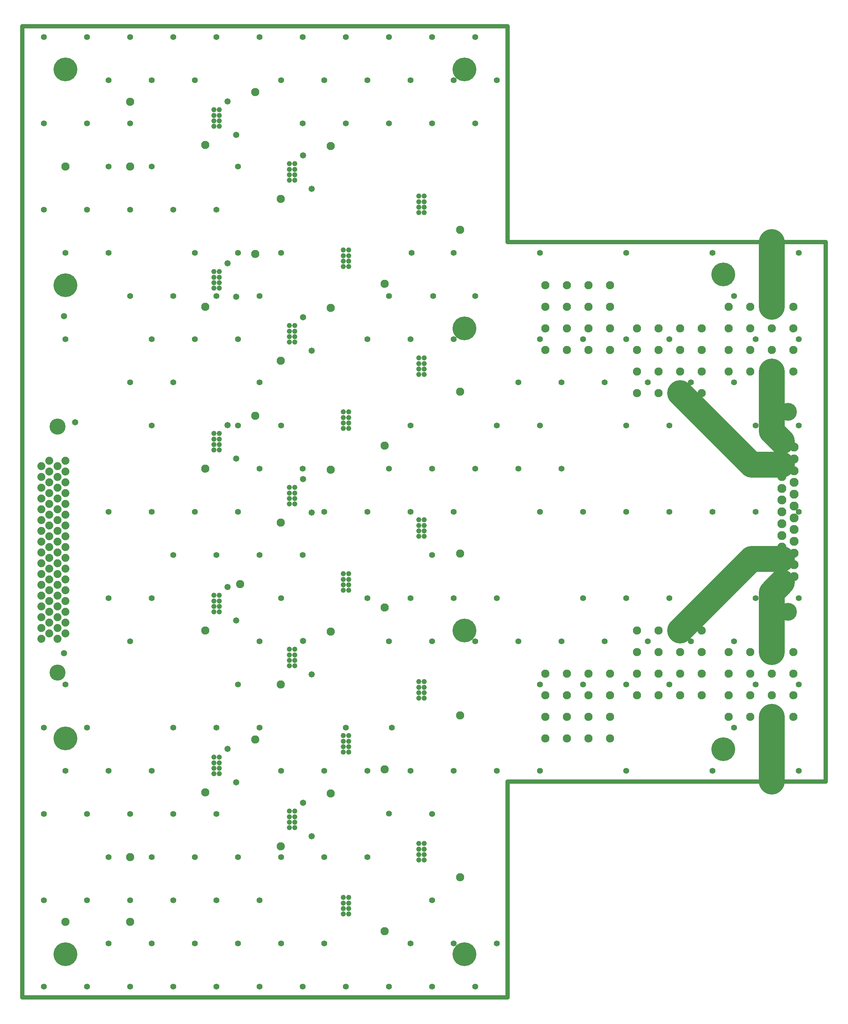
<source format=gbr>
%TF.GenerationSoftware,Altium Limited,Altium Designer,25.0.2 (28)*%
G04 Layer_Physical_Order=2*
G04 Layer_Color=32768*
%FSLAX45Y45*%
%MOMM*%
%TF.SameCoordinates,BFBE90A8-51B7-47FB-822D-EC39B52C7656*%
%TF.FilePolarity,Negative*%
%TF.FileFunction,Copper,L2,Inr,Plane*%
%TF.Part,Single*%
G01*
G75*
%TA.AperFunction,NonConductor*%
%ADD37C,1.01600*%
%ADD38C,6.09600*%
%TA.AperFunction,ComponentPad*%
%ADD39C,1.87960*%
%ADD40C,3.78460*%
%ADD41C,1.93040*%
%TA.AperFunction,ViaPad*%
%ADD42C,1.93040*%
%TA.AperFunction,ComponentPad*%
%ADD43C,2.10600*%
%ADD44C,4.21600*%
%TA.AperFunction,ViaPad*%
%ADD45C,5.58800*%
%ADD46C,1.42240*%
%ADD47C,1.47320*%
%ADD48C,1.21600*%
D37*
X21463000Y8890000D02*
Y21589999D01*
X13970000D02*
X21463000D01*
X13970000D02*
Y26670001D01*
X2540000D02*
X13970000D01*
X2540000Y3810000D02*
Y26670001D01*
Y3810000D02*
X13970000D01*
Y8890000D01*
X21463000D01*
D38*
X20192999Y20066000D02*
Y21589999D01*
Y17141200D02*
X20432201Y16902000D01*
X20192999Y17141200D02*
Y18542000D01*
X19720001Y16348000D02*
X20432199D01*
X18034000Y18034000D02*
X19720001Y16348000D01*
Y14132001D02*
X20432199D01*
X18034000Y12446000D02*
X19720001Y14132001D01*
X20192999Y13338800D02*
X20432201Y13578000D01*
X20192999Y11938000D02*
Y13338800D01*
Y8890000D02*
Y10414000D01*
D39*
X3365500Y12255500D02*
D03*
Y12509500D02*
D03*
X3556000Y12382500D02*
D03*
X3365500Y12763500D02*
D03*
X3556000Y12636500D02*
D03*
X3365500Y13017500D02*
D03*
X3556000Y12890500D02*
D03*
X3365500Y13271500D02*
D03*
X3556000Y13144501D02*
D03*
X3365500Y13525500D02*
D03*
X3556000Y13398500D02*
D03*
X3365500Y13779500D02*
D03*
X3556000Y13652499D02*
D03*
X3365500Y14033501D02*
D03*
X3556000Y13906500D02*
D03*
X3365500Y14287500D02*
D03*
X3556000Y14160500D02*
D03*
X3365500Y14541499D02*
D03*
X3556000Y14414500D02*
D03*
X3365500Y14795500D02*
D03*
X3556000Y14668500D02*
D03*
X3365500Y15049500D02*
D03*
X3556000Y14922501D02*
D03*
X3365500Y15303500D02*
D03*
X3556000Y15176500D02*
D03*
X3365500Y15557500D02*
D03*
X3556000Y15430499D02*
D03*
X3365500Y15811501D02*
D03*
X3556000Y15684500D02*
D03*
X3365500Y16065500D02*
D03*
X3556000Y15938499D02*
D03*
X3365500Y16319501D02*
D03*
X3556000Y16192500D02*
D03*
Y16446500D02*
D03*
X2984500Y12255500D02*
D03*
Y12509500D02*
D03*
X3175000Y12382500D02*
D03*
X2984500Y12763500D02*
D03*
X3175000Y12636500D02*
D03*
X2984500Y13017500D02*
D03*
X3175000Y12890500D02*
D03*
X2984500Y13271500D02*
D03*
X3175000Y13144501D02*
D03*
X2984500Y13525500D02*
D03*
X3175000Y13398500D02*
D03*
X2984500Y13779500D02*
D03*
X3175000Y13652499D02*
D03*
X2984500Y14033501D02*
D03*
X3175000Y13906500D02*
D03*
X2984500Y14287500D02*
D03*
X3175000Y14160500D02*
D03*
X2984500Y14541499D02*
D03*
X3175000Y14414500D02*
D03*
X2984500Y14795500D02*
D03*
X3175000Y14668500D02*
D03*
X2984500Y15049500D02*
D03*
X3175000Y14922501D02*
D03*
X2984500Y15303500D02*
D03*
X3175000Y15176500D02*
D03*
X2984500Y15557500D02*
D03*
X3175000Y15430499D02*
D03*
X2984500Y15811501D02*
D03*
X3175000Y15684500D02*
D03*
X2984500Y16065500D02*
D03*
X3175000Y15938499D02*
D03*
X2984500Y16319501D02*
D03*
X3175000Y16192500D02*
D03*
Y16446500D02*
D03*
D40*
X3365500Y11455400D02*
D03*
Y17246600D02*
D03*
D41*
X16383000Y19050000D02*
D03*
Y19558000D02*
D03*
Y20066000D02*
D03*
Y20574001D02*
D03*
X15875000Y19050000D02*
D03*
Y19558000D02*
D03*
Y20066000D02*
D03*
Y20574001D02*
D03*
X15367000Y19050000D02*
D03*
Y19558000D02*
D03*
Y20066000D02*
D03*
Y20574001D02*
D03*
X14859000Y19050000D02*
D03*
Y19558000D02*
D03*
Y20066000D02*
D03*
Y20574001D02*
D03*
X18542000Y12446000D02*
D03*
Y11938000D02*
D03*
Y11430000D02*
D03*
Y10922000D02*
D03*
X18034000Y12446000D02*
D03*
Y11938000D02*
D03*
Y11430000D02*
D03*
Y10922000D02*
D03*
X17525999Y12446000D02*
D03*
Y11938000D02*
D03*
Y11430000D02*
D03*
Y10922000D02*
D03*
X17017999Y12446000D02*
D03*
Y11938000D02*
D03*
Y11430000D02*
D03*
Y10922000D02*
D03*
X20700999Y11938000D02*
D03*
Y11430000D02*
D03*
Y10922000D02*
D03*
Y10414000D02*
D03*
X20192999Y11938000D02*
D03*
Y11430000D02*
D03*
Y10922000D02*
D03*
Y10414000D02*
D03*
X19685001Y11938000D02*
D03*
Y11430000D02*
D03*
Y10922000D02*
D03*
Y10414000D02*
D03*
X19177000Y11938000D02*
D03*
Y11430000D02*
D03*
Y10922000D02*
D03*
Y10414000D02*
D03*
X20700999Y18542000D02*
D03*
Y19050000D02*
D03*
Y19558000D02*
D03*
Y20066000D02*
D03*
X20192999Y18542000D02*
D03*
Y19050000D02*
D03*
Y19558000D02*
D03*
Y20066000D02*
D03*
X19685001Y18542000D02*
D03*
Y19050000D02*
D03*
Y19558000D02*
D03*
Y20066000D02*
D03*
X19177000Y18542000D02*
D03*
Y19050000D02*
D03*
Y19558000D02*
D03*
Y20066000D02*
D03*
X16383000Y11430000D02*
D03*
Y10922000D02*
D03*
Y10414000D02*
D03*
Y9906000D02*
D03*
X15875000Y11430000D02*
D03*
Y10922000D02*
D03*
Y10414000D02*
D03*
Y9906000D02*
D03*
X15367000Y11430000D02*
D03*
Y10922000D02*
D03*
Y10414000D02*
D03*
Y9906000D02*
D03*
X14859000Y11430000D02*
D03*
Y10922000D02*
D03*
Y10414000D02*
D03*
Y9906000D02*
D03*
X18542000Y18034000D02*
D03*
Y18542000D02*
D03*
Y19050000D02*
D03*
Y19558000D02*
D03*
X18034000Y18034000D02*
D03*
Y18542000D02*
D03*
Y19050000D02*
D03*
Y19558000D02*
D03*
X17525999Y18034000D02*
D03*
Y18542000D02*
D03*
Y19050000D02*
D03*
Y19558000D02*
D03*
X17017999Y18034000D02*
D03*
Y18542000D02*
D03*
Y19050000D02*
D03*
Y19558000D02*
D03*
D42*
X3556000Y23367999D02*
D03*
X5080000Y24892000D02*
D03*
Y23367999D02*
D03*
X3556000Y5588000D02*
D03*
X5080000D02*
D03*
Y7112000D02*
D03*
X7670800Y13538200D02*
D03*
X8026400Y25120599D02*
D03*
X9804400Y23850600D02*
D03*
X8026400Y21310600D02*
D03*
X9804400Y20040601D02*
D03*
X8026400Y17500600D02*
D03*
X9804400Y16230600D02*
D03*
Y12420600D02*
D03*
X8026400Y9880600D02*
D03*
X9804400Y8610600D02*
D03*
X11074400Y5372100D02*
D03*
X12852400Y6642100D02*
D03*
X11074400Y9182100D02*
D03*
X12852400Y10452100D02*
D03*
Y21882100D02*
D03*
X11074400Y20612100D02*
D03*
X12852400Y18072099D02*
D03*
X11074400Y16802100D02*
D03*
X12852400Y14262100D02*
D03*
X11074400Y12992101D02*
D03*
X8623300Y7366000D02*
D03*
Y11176000D02*
D03*
Y22606000D02*
D03*
Y14986000D02*
D03*
Y18796001D02*
D03*
X6845300Y8636000D02*
D03*
Y12446000D02*
D03*
Y20066000D02*
D03*
Y23875999D02*
D03*
Y16256000D02*
D03*
D43*
X20716200Y13716499D02*
D03*
Y13993500D02*
D03*
Y14270500D02*
D03*
Y14547501D02*
D03*
Y14824500D02*
D03*
Y15101500D02*
D03*
Y15378500D02*
D03*
Y15655499D02*
D03*
Y15932500D02*
D03*
Y16209500D02*
D03*
Y16486501D02*
D03*
Y16763499D02*
D03*
X20432201Y13578000D02*
D03*
Y13855000D02*
D03*
Y14132001D02*
D03*
Y14409000D02*
D03*
Y14686000D02*
D03*
Y14963000D02*
D03*
Y16625000D02*
D03*
Y16902000D02*
D03*
Y16071001D02*
D03*
Y16348000D02*
D03*
Y15794000D02*
D03*
Y15517000D02*
D03*
Y15239999D02*
D03*
D44*
X20574200Y17595000D02*
D03*
Y12885001D02*
D03*
D45*
X19050000Y20828000D02*
D03*
Y9652000D02*
D03*
X12953999Y19558000D02*
D03*
Y12446000D02*
D03*
X3556000Y20574001D02*
D03*
Y9906000D02*
D03*
Y25654001D02*
D03*
X12953999D02*
D03*
Y4826000D02*
D03*
X3556000D02*
D03*
D46*
X6096000Y14224001D02*
D03*
X3048000Y10160000D02*
D03*
X9144000Y14224001D02*
D03*
X8636000Y21336000D02*
D03*
X16764000Y11176000D02*
D03*
X5080000Y24384000D02*
D03*
X13716000Y25400000D02*
D03*
X3048000Y6096000D02*
D03*
X19812000Y15239999D02*
D03*
X9144000Y26416000D02*
D03*
X8636000Y25400000D02*
D03*
X15239999Y18288000D02*
D03*
X16764000Y17272000D02*
D03*
X6096000Y22352000D02*
D03*
X10160000Y26416000D02*
D03*
X12192000Y4064000D02*
D03*
X16764000Y13208000D02*
D03*
X6604000Y7112000D02*
D03*
X9652000Y9144000D02*
D03*
X3048000Y22352000D02*
D03*
X15748000Y15239999D02*
D03*
X4064000Y10160000D02*
D03*
X17780000Y17272000D02*
D03*
X7620000Y11176000D02*
D03*
X9652000Y7112000D02*
D03*
X15748000Y11176000D02*
D03*
X14732001D02*
D03*
X12192000Y6096000D02*
D03*
X13716000Y17272000D02*
D03*
X20828000D02*
D03*
X10668000Y9144000D02*
D03*
X15239999Y12192000D02*
D03*
X11709400Y21336000D02*
D03*
X19812000Y19303999D02*
D03*
X4572000Y25400000D02*
D03*
X8128000Y6096000D02*
D03*
X20828000Y21336000D02*
D03*
X4572000D02*
D03*
X12192000Y12192000D02*
D03*
X4572000Y23367999D02*
D03*
X11684000Y5080000D02*
D03*
X7620000Y21336000D02*
D03*
X11176000Y8140700D02*
D03*
X5588000Y25400000D02*
D03*
X15239999Y16256000D02*
D03*
X12700000Y21336000D02*
D03*
X8636000Y9144000D02*
D03*
X5080000Y8128000D02*
D03*
X11684000Y9144000D02*
D03*
X4064000Y22352000D02*
D03*
X5588000Y19303999D02*
D03*
X5080000Y4064000D02*
D03*
X11176000Y16256000D02*
D03*
X17780000Y11176000D02*
D03*
X10668000Y19303999D02*
D03*
X7112000Y26416000D02*
D03*
X6096000Y10160000D02*
D03*
X12217400Y20320000D02*
D03*
X14732001Y21336000D02*
D03*
X7620000Y5080000D02*
D03*
X8636000Y7112000D02*
D03*
X5588000Y15239999D02*
D03*
X12192000Y26416000D02*
D03*
X11176000D02*
D03*
X4064000Y24384000D02*
D03*
X7620000Y17272000D02*
D03*
X8128000Y26416000D02*
D03*
X15748000Y13208000D02*
D03*
X20828000Y11176000D02*
D03*
X14224001Y16256000D02*
D03*
X5588000Y13208000D02*
D03*
X7112000Y14224001D02*
D03*
X9652000Y15239999D02*
D03*
X11684000D02*
D03*
X6604000D02*
D03*
X15748000Y19303999D02*
D03*
X5588000Y7112000D02*
D03*
X8128000Y10160000D02*
D03*
X12700000Y5080000D02*
D03*
X7620000Y15239999D02*
D03*
X16256000Y18288000D02*
D03*
X8636000Y17272000D02*
D03*
X5080000Y22352000D02*
D03*
X4064000Y8128000D02*
D03*
X13716000Y13208000D02*
D03*
X5588000Y23367999D02*
D03*
X3048000Y8128000D02*
D03*
X8128000Y4064000D02*
D03*
X14732001Y17272000D02*
D03*
X10668000Y15239999D02*
D03*
X9652000Y5080000D02*
D03*
X7112000Y8128000D02*
D03*
X14732001Y19303999D02*
D03*
X13208000Y4064000D02*
D03*
X17780000Y19303999D02*
D03*
X11176000Y20320000D02*
D03*
X8128000Y14224001D02*
D03*
X10668000Y13208000D02*
D03*
X3556000Y21336000D02*
D03*
X17780000Y15239999D02*
D03*
X13716000Y9144000D02*
D03*
X7112000Y22352000D02*
D03*
X8128000Y18288000D02*
D03*
X14732001Y15239999D02*
D03*
X18288000Y12192000D02*
D03*
X8636000Y5080000D02*
D03*
X14224001Y18288000D02*
D03*
X12192000Y24384000D02*
D03*
X13208000D02*
D03*
X4572000Y5080000D02*
D03*
X6096000Y20320000D02*
D03*
X10668000Y25400000D02*
D03*
X6604000Y19303999D02*
D03*
X5080000Y20320000D02*
D03*
X8128000Y16256000D02*
D03*
X17272000Y12192000D02*
D03*
X4064000Y6096000D02*
D03*
X13208000Y20320000D02*
D03*
X19812000Y11176000D02*
D03*
X11176000Y24384000D02*
D03*
X16764000Y19303999D02*
D03*
X7620000Y7112000D02*
D03*
X12192000Y8128000D02*
D03*
X7112000Y10160000D02*
D03*
X3556000Y11176000D02*
D03*
X19303999Y20320000D02*
D03*
X5588000Y5080000D02*
D03*
X11239500Y10160000D02*
D03*
X8636000Y13208000D02*
D03*
X6096000Y6096000D02*
D03*
X20828000Y19303999D02*
D03*
X19303999Y18288000D02*
D03*
X13208000Y12192000D02*
D03*
X16764000Y9144000D02*
D03*
X12700000D02*
D03*
X18288000Y18288000D02*
D03*
X7112000Y20320000D02*
D03*
X19812000Y13208000D02*
D03*
X5588000Y17272000D02*
D03*
X5080000Y12192000D02*
D03*
X16764000Y15239999D02*
D03*
X3048000Y24384000D02*
D03*
X7620000Y19303999D02*
D03*
X4572000Y13208000D02*
D03*
X11684000D02*
D03*
X10160000Y4064000D02*
D03*
Y24384000D02*
D03*
X13716000Y5080000D02*
D03*
X11684000Y25400000D02*
D03*
X5080000Y6096000D02*
D03*
X19303999Y10160000D02*
D03*
Y12192000D02*
D03*
X7112000Y4064000D02*
D03*
X3556000Y9144000D02*
D03*
X6096000Y8128000D02*
D03*
X7112000Y6096000D02*
D03*
X17780000Y13208000D02*
D03*
X4572000Y9144000D02*
D03*
X8128000Y20320000D02*
D03*
X12192000Y14224001D02*
D03*
X4064000Y4064000D02*
D03*
X13208000Y26416000D02*
D03*
X12700000Y19303999D02*
D03*
X7620000Y23367999D02*
D03*
X9144000Y4064000D02*
D03*
X12700000Y25400000D02*
D03*
X18796001Y21336000D02*
D03*
X5080000Y26416000D02*
D03*
X14224001Y12192000D02*
D03*
X19812000Y17272000D02*
D03*
X4064000Y26416000D02*
D03*
X20828000Y15239999D02*
D03*
X5588000Y9144000D02*
D03*
X11176000Y4064000D02*
D03*
X8128000Y12192000D02*
D03*
X20828000Y9144000D02*
D03*
Y13208000D02*
D03*
X3048000Y26416000D02*
D03*
X3556000Y19303999D02*
D03*
X6604000Y25400000D02*
D03*
X12700000Y15239999D02*
D03*
X13208000Y16256000D02*
D03*
X12700000Y13208000D02*
D03*
X6096000Y26416000D02*
D03*
Y18288000D02*
D03*
X9144000Y16256000D02*
D03*
X10160000Y10160000D02*
D03*
X14732001Y9144000D02*
D03*
X16256000Y12192000D02*
D03*
X9652000Y25400000D02*
D03*
X11176000Y12192000D02*
D03*
X10668000Y7112000D02*
D03*
X6096000Y4064000D02*
D03*
X18796001Y15239999D02*
D03*
X17272000Y18288000D02*
D03*
X3048000Y4064000D02*
D03*
X4572000Y7112000D02*
D03*
X9144000Y24384000D02*
D03*
X12192000Y16256000D02*
D03*
X16764000Y21336000D02*
D03*
X11684000Y17272000D02*
D03*
X6604000Y21336000D02*
D03*
X11684000Y19303999D02*
D03*
X6604000Y5080000D02*
D03*
X4572000Y15239999D02*
D03*
X5080000Y18288000D02*
D03*
X18796001Y9144000D02*
D03*
X20605750Y13581380D02*
D03*
X20593050Y13510260D02*
D03*
X20551140Y13451840D02*
D03*
X20386803Y17155161D02*
D03*
X20436333Y13373100D02*
D03*
X20492720Y13414249D02*
D03*
X20312379Y13704062D02*
D03*
X20270724Y13644881D02*
D03*
X20312379Y16775938D02*
D03*
X20605750Y16898621D02*
D03*
X20593050Y16969740D02*
D03*
X20551140Y17028160D02*
D03*
X20492720Y17065752D02*
D03*
X20270724Y16835120D02*
D03*
X20436333Y17106900D02*
D03*
X20386803Y13324840D02*
D03*
X20040219Y9612556D02*
D03*
X20023938Y9536356D02*
D03*
X20008850Y9460156D02*
D03*
X19994881Y9382760D02*
D03*
X20340207Y10298356D02*
D03*
X20045793D02*
D03*
X20192999Y10581640D02*
D03*
X20060413Y10518140D02*
D03*
X20029170Y10449560D02*
D03*
X20030440Y10373360D02*
D03*
X20119849Y10565130D02*
D03*
X20266151D02*
D03*
X20325587Y10518140D02*
D03*
X20356830Y10449560D02*
D03*
X20355560Y10373360D02*
D03*
X20340207Y10222156D02*
D03*
Y10145956D02*
D03*
Y9993556D02*
D03*
Y10069756D02*
D03*
Y9841156D02*
D03*
Y9917356D02*
D03*
Y9688756D02*
D03*
Y9764956D02*
D03*
X20045793Y10145956D02*
D03*
Y10222156D02*
D03*
Y9993556D02*
D03*
Y10069756D02*
D03*
Y9841156D02*
D03*
Y9917356D02*
D03*
Y9688756D02*
D03*
Y9764956D02*
D03*
X20345781Y9612556D02*
D03*
X20362062Y9536356D02*
D03*
X20377150Y9460156D02*
D03*
X20391119Y9382760D02*
D03*
Y9306560D02*
D03*
Y9230360D02*
D03*
Y9154160D02*
D03*
Y9077960D02*
D03*
Y9001760D02*
D03*
X19994881D02*
D03*
Y9077960D02*
D03*
Y9154160D02*
D03*
Y9230360D02*
D03*
Y9306560D02*
D03*
X20391119Y21173441D02*
D03*
Y21249640D02*
D03*
Y21325841D02*
D03*
Y21402040D02*
D03*
Y21478239D02*
D03*
X19994881D02*
D03*
Y21402040D02*
D03*
Y21325841D02*
D03*
Y21249640D02*
D03*
Y21173441D02*
D03*
Y21097240D02*
D03*
X20008850Y21019844D02*
D03*
X20023938Y20943645D02*
D03*
X20040219Y20867444D02*
D03*
X20340207Y20715044D02*
D03*
Y20791245D02*
D03*
Y20562643D02*
D03*
Y20638844D02*
D03*
Y20410245D02*
D03*
Y20486444D02*
D03*
Y20257845D02*
D03*
Y20334044D02*
D03*
X20045793Y20715044D02*
D03*
Y20791245D02*
D03*
Y20562643D02*
D03*
Y20638844D02*
D03*
Y20410245D02*
D03*
Y20486444D02*
D03*
Y20334044D02*
D03*
Y20257845D02*
D03*
Y12053644D02*
D03*
X20340207D02*
D03*
X20030440Y20106641D02*
D03*
X20029170Y20030440D02*
D03*
X20060413Y19961861D02*
D03*
X20119849Y19914870D02*
D03*
X20266151D02*
D03*
X20355560Y20106641D02*
D03*
X20356830Y20030440D02*
D03*
X20325587Y19961861D02*
D03*
X20192999Y19898360D02*
D03*
X20030440Y11978640D02*
D03*
X20029170Y11902440D02*
D03*
X20060413Y11833860D02*
D03*
X20119849Y11786870D02*
D03*
X20266151D02*
D03*
X20355560Y11978640D02*
D03*
X20356830Y11902440D02*
D03*
X20325587Y11833860D02*
D03*
X20192999Y11770360D02*
D03*
X18050256Y12278614D02*
D03*
X18123409Y12304268D02*
D03*
X18177510Y12359640D02*
D03*
X17973039Y12289028D02*
D03*
X17877028Y12385040D02*
D03*
X17866614Y12462256D02*
D03*
X17892268Y12535408D02*
D03*
X17947639Y12589510D02*
D03*
X17915636Y12327636D02*
D03*
Y18152364D02*
D03*
X20192999Y18709641D02*
D03*
X20228560Y16893539D02*
D03*
X20175220Y16949420D02*
D03*
X20121880Y17002760D02*
D03*
X20071191Y17059836D02*
D03*
X20340207Y17283356D02*
D03*
Y17207156D02*
D03*
Y17359557D02*
D03*
Y18350156D02*
D03*
Y18273956D02*
D03*
Y18121556D02*
D03*
Y18197755D02*
D03*
Y17892957D02*
D03*
Y17816756D02*
D03*
Y17969156D02*
D03*
Y18045357D02*
D03*
X20045793Y17207156D02*
D03*
Y17130956D02*
D03*
Y17816756D02*
D03*
Y17740556D02*
D03*
Y17588156D02*
D03*
Y17664355D02*
D03*
Y17359557D02*
D03*
Y17283356D02*
D03*
Y17435756D02*
D03*
Y17511955D02*
D03*
Y18121556D02*
D03*
Y18045357D02*
D03*
Y17892957D02*
D03*
Y17969156D02*
D03*
Y18273956D02*
D03*
Y18197755D02*
D03*
Y18350156D02*
D03*
X20227756Y13584348D02*
D03*
X20173875Y13530467D02*
D03*
X20119994Y13476585D02*
D03*
X20066112Y13422704D02*
D03*
X20045793Y13349043D02*
D03*
X20340207Y13272844D02*
D03*
X20045793Y12739444D02*
D03*
Y12815643D02*
D03*
Y12968044D02*
D03*
Y12891844D02*
D03*
Y13196645D02*
D03*
Y13272844D02*
D03*
Y13120444D02*
D03*
Y13044244D02*
D03*
Y12129844D02*
D03*
Y12206044D02*
D03*
Y12358444D02*
D03*
Y12282244D02*
D03*
Y12587044D02*
D03*
Y12663244D02*
D03*
Y12510844D02*
D03*
Y12434644D02*
D03*
X20340207Y12663244D02*
D03*
Y13120444D02*
D03*
Y13196645D02*
D03*
Y12358444D02*
D03*
Y12434644D02*
D03*
Y12587044D02*
D03*
Y12510844D02*
D03*
Y12206044D02*
D03*
Y12282244D02*
D03*
Y12129844D02*
D03*
X20045793Y18426357D02*
D03*
X20340207D02*
D03*
X20060413Y18646140D02*
D03*
X20029170Y18577560D02*
D03*
X20030440Y18501360D02*
D03*
X20119849Y18693130D02*
D03*
X20266151D02*
D03*
X20325587Y18646140D02*
D03*
X20356830Y18577560D02*
D03*
X20355560Y18501360D02*
D03*
X20340207Y20181644D02*
D03*
X20045793D02*
D03*
X20320000Y16497301D02*
D03*
X20154900Y16195599D02*
D03*
X20231100Y16197580D02*
D03*
X20307300Y16200121D02*
D03*
X19850101Y16195599D02*
D03*
X19926300D02*
D03*
X20078700D02*
D03*
X20002499D02*
D03*
X20167599Y16500398D02*
D03*
X20243800Y16499840D02*
D03*
X20015199Y16500398D02*
D03*
X20091400D02*
D03*
X19939000D02*
D03*
X19697701Y16195599D02*
D03*
X18927669Y16932150D02*
D03*
X18981549Y16878268D02*
D03*
X19089313Y16770506D02*
D03*
X19035431Y16824387D02*
D03*
X19250957Y16608861D02*
D03*
X19304839Y16554980D02*
D03*
X19197075Y16662743D02*
D03*
X19143195Y16716624D02*
D03*
X19574246Y16285571D02*
D03*
X19628127Y16231689D02*
D03*
X19773900Y16195599D02*
D03*
X19466483Y16393335D02*
D03*
X19520364Y16339453D02*
D03*
X19412601Y16447217D02*
D03*
X19358720Y16501099D02*
D03*
X18065562Y17794255D02*
D03*
X18119444Y17740373D02*
D03*
X18227208Y17632610D02*
D03*
X18173326Y17686491D02*
D03*
X18388852Y17470966D02*
D03*
X18442734Y17417084D02*
D03*
X18334972Y17524847D02*
D03*
X18281088Y17578729D02*
D03*
X18712141Y17147676D02*
D03*
X18766023Y17093794D02*
D03*
X18873785Y16986032D02*
D03*
X18819904Y17039912D02*
D03*
X18604378Y17255440D02*
D03*
X18658260Y17201558D02*
D03*
X18550497Y17309322D02*
D03*
X18496616Y17363203D02*
D03*
X19081969Y17194214D02*
D03*
X19135851Y17140332D02*
D03*
X19243613Y17032568D02*
D03*
X19189731Y17086452D02*
D03*
X19405257Y16870924D02*
D03*
X19459138Y16817043D02*
D03*
X19351376Y16924806D02*
D03*
X19297495Y16978688D02*
D03*
X19728548Y16547636D02*
D03*
X19786600Y16500398D02*
D03*
X19862801D02*
D03*
X19620782Y16655399D02*
D03*
X19674664Y16601517D02*
D03*
X19566902Y16709280D02*
D03*
X19513020Y16763162D02*
D03*
X18650916Y17625266D02*
D03*
X18704797Y17571385D02*
D03*
X18812561Y17463622D02*
D03*
X18758679Y17517503D02*
D03*
X18974205Y17301978D02*
D03*
X19028087Y17248096D02*
D03*
X18920325Y17355859D02*
D03*
X18866441Y17409740D02*
D03*
X18435390Y17840791D02*
D03*
X18489272Y17786911D02*
D03*
X18597034Y17679147D02*
D03*
X18543153Y17733029D02*
D03*
X18327628Y17948555D02*
D03*
X18381508Y17894675D02*
D03*
X18273746Y18002437D02*
D03*
X18011682Y17848135D02*
D03*
X18219864Y18056319D02*
D03*
X20078700Y14284401D02*
D03*
X20154900D02*
D03*
X20307300D02*
D03*
X20231100D02*
D03*
X19773900D02*
D03*
X19850101D02*
D03*
X20002499D02*
D03*
X19926300D02*
D03*
X20165060Y13979601D02*
D03*
X20241260D02*
D03*
X20317461D02*
D03*
X20012660D02*
D03*
X20088860D02*
D03*
X19936459D02*
D03*
X19860260D02*
D03*
X18873785Y13493968D02*
D03*
X18927669Y13547850D02*
D03*
X19035431Y13655614D02*
D03*
X18981549Y13601730D02*
D03*
X19197075Y13817258D02*
D03*
X19250957Y13871140D02*
D03*
X19143195Y13763376D02*
D03*
X19089313Y13709494D02*
D03*
X19520364Y14140547D02*
D03*
X19574246Y14194427D02*
D03*
X19697701Y14284401D02*
D03*
X19628127Y14248309D02*
D03*
X19412601Y14032784D02*
D03*
X19466483Y14086665D02*
D03*
X19358720Y13978902D02*
D03*
X19304839Y13925020D02*
D03*
X18011682Y12631864D02*
D03*
X18065562Y12685745D02*
D03*
X18173326Y12793508D02*
D03*
X18119444Y12739627D02*
D03*
X18334972Y12955153D02*
D03*
X18388852Y13009035D02*
D03*
X18281088Y12901271D02*
D03*
X18227208Y12847391D02*
D03*
X18658260Y13278442D02*
D03*
X18712141Y13332324D02*
D03*
X18819904Y13440086D02*
D03*
X18766023Y13386205D02*
D03*
X18550497Y13170679D02*
D03*
X18604378Y13224561D02*
D03*
X18496616Y13116797D02*
D03*
X18442734Y13062917D02*
D03*
X19081969Y13285786D02*
D03*
X19135851Y13339668D02*
D03*
X19243613Y13447430D02*
D03*
X19189731Y13393549D02*
D03*
X19405257Y13609074D02*
D03*
X19459138Y13662956D02*
D03*
X19351376Y13555194D02*
D03*
X19297495Y13501312D02*
D03*
X19728548Y13932364D02*
D03*
X19784061Y13979601D02*
D03*
X19620782Y13824602D02*
D03*
X19674664Y13878484D02*
D03*
X19566902Y13770720D02*
D03*
X19513020Y13716838D02*
D03*
X18650916Y12854733D02*
D03*
X18704797Y12908615D02*
D03*
X18812561Y13016377D02*
D03*
X18758679Y12962497D02*
D03*
X18974205Y13178023D02*
D03*
X19028087Y13231905D02*
D03*
X18920325Y13124141D02*
D03*
X18866441Y13070261D02*
D03*
X18435390Y12639208D02*
D03*
X18489272Y12693089D02*
D03*
X18597034Y12800851D02*
D03*
X18543153Y12746971D02*
D03*
X18327628Y12531445D02*
D03*
X18381508Y12585326D02*
D03*
X18273746Y12477563D02*
D03*
X18219864Y12423682D02*
D03*
X18177510Y18120360D02*
D03*
X18123409Y18175732D02*
D03*
X18050256Y18201385D02*
D03*
X17973039Y18190971D02*
D03*
X17877028Y18094960D02*
D03*
X17947639Y17890491D02*
D03*
X17892268Y17944592D02*
D03*
X17866614Y18017744D02*
D03*
X20391119Y21097240D02*
D03*
X20377150Y21019844D02*
D03*
X20362062Y20943645D02*
D03*
X20345781Y20867444D02*
D03*
D47*
X3517900Y19850101D02*
D03*
X9357790Y7607810D02*
D03*
X9147090Y8395210D02*
D03*
X7579790Y8877810D02*
D03*
X7369090Y9665210D02*
D03*
X9357790Y11417810D02*
D03*
X9147090Y12205210D02*
D03*
X7579790Y12687810D02*
D03*
X7369090Y13475211D02*
D03*
X9357790Y15227811D02*
D03*
X9147090Y16015210D02*
D03*
X7579790Y16497810D02*
D03*
X7369090Y17285210D02*
D03*
X9357790Y19037810D02*
D03*
X9147090Y19825211D02*
D03*
X7579790Y20307809D02*
D03*
X7369090Y21095210D02*
D03*
X9357790Y22847810D02*
D03*
X9147600Y23634700D02*
D03*
X7579790Y24117810D02*
D03*
X7369600Y24904700D02*
D03*
X3517900Y11912600D02*
D03*
X3784600Y17348199D02*
D03*
D48*
X12003000Y7044000D02*
D03*
X11873000D02*
D03*
X12003000Y7434000D02*
D03*
X11873000D02*
D03*
X12003000Y7304000D02*
D03*
X11873000D02*
D03*
X12003000Y7174000D02*
D03*
X11873000D02*
D03*
X12003000Y10854000D02*
D03*
X11873000D02*
D03*
X12003000Y11244000D02*
D03*
X11873000D02*
D03*
X12003000Y11114000D02*
D03*
X11873000D02*
D03*
X12003000Y10984000D02*
D03*
X11873000D02*
D03*
X12003000Y22284000D02*
D03*
X11873000D02*
D03*
X12003000Y22674001D02*
D03*
X11873000D02*
D03*
X12003000Y22544000D02*
D03*
X11873000D02*
D03*
X12003000Y22414000D02*
D03*
X11873000D02*
D03*
X12003000Y18474001D02*
D03*
X11873000D02*
D03*
X12003000Y18864000D02*
D03*
X11873000D02*
D03*
X12003000Y18734000D02*
D03*
X11873000D02*
D03*
X12003000Y18603999D02*
D03*
X11873000D02*
D03*
X12003000Y14664000D02*
D03*
X11873000D02*
D03*
X12003000Y15053999D02*
D03*
X11873000D02*
D03*
X12003000Y14924001D02*
D03*
X11873000D02*
D03*
X12003000Y14794000D02*
D03*
X11873000D02*
D03*
X8955000Y8196000D02*
D03*
X8825000D02*
D03*
X8955000Y7806000D02*
D03*
X8825000D02*
D03*
X8955000Y7936000D02*
D03*
X8825000D02*
D03*
X8955000Y8066000D02*
D03*
X8825000D02*
D03*
X8955000Y23436000D02*
D03*
X8825000D02*
D03*
X8955000Y23046001D02*
D03*
X8825000D02*
D03*
X8955000Y23175999D02*
D03*
X8825000D02*
D03*
X8955000Y23306000D02*
D03*
X8825000D02*
D03*
X8955000Y19625999D02*
D03*
X8825000D02*
D03*
X8955000Y19236000D02*
D03*
X8825000D02*
D03*
X8955000Y19366000D02*
D03*
X8825000D02*
D03*
X8955000Y19496001D02*
D03*
X8825000D02*
D03*
X8955000Y12006000D02*
D03*
X8825000D02*
D03*
X8955000Y11616000D02*
D03*
X8825000D02*
D03*
X8955000Y11746000D02*
D03*
X8825000D02*
D03*
X8955000Y11876000D02*
D03*
X8825000D02*
D03*
X8955000Y15816000D02*
D03*
X8825000D02*
D03*
X8955000Y15425999D02*
D03*
X8825000D02*
D03*
X8955000Y15556000D02*
D03*
X8825000D02*
D03*
X8955000Y15686000D02*
D03*
X8825000D02*
D03*
X10225000Y5774000D02*
D03*
X10095000D02*
D03*
X10225000Y6164000D02*
D03*
X10095000D02*
D03*
X10225000Y6034000D02*
D03*
X10095000D02*
D03*
X10225000Y5904000D02*
D03*
X10095000D02*
D03*
X10225000Y9584000D02*
D03*
X10095000D02*
D03*
X10225000Y9974000D02*
D03*
X10095000D02*
D03*
X10225000Y9844000D02*
D03*
X10095000D02*
D03*
X10225000Y9714000D02*
D03*
X10095000D02*
D03*
X10225000Y21014000D02*
D03*
X10095000D02*
D03*
X10225000Y21403999D02*
D03*
X10095000D02*
D03*
X10225000Y21274001D02*
D03*
X10095000D02*
D03*
X10225000Y21144000D02*
D03*
X10095000D02*
D03*
X10225000Y17203999D02*
D03*
X10095000D02*
D03*
X10225000Y17594000D02*
D03*
X10095000D02*
D03*
X10225000Y17464000D02*
D03*
X10095000D02*
D03*
X10225000Y17334000D02*
D03*
X10095000D02*
D03*
X10225000Y13394000D02*
D03*
X10095000D02*
D03*
X10225000Y13784000D02*
D03*
X10095000D02*
D03*
X10225000Y13653999D02*
D03*
X10095000D02*
D03*
X10225000Y13524001D02*
D03*
X10095000D02*
D03*
X7177000Y24706000D02*
D03*
X7047000D02*
D03*
X7177000Y24316000D02*
D03*
X7047000D02*
D03*
X7177000Y24446001D02*
D03*
X7047000D02*
D03*
X7177000Y24575999D02*
D03*
X7047000D02*
D03*
X7177000Y20896001D02*
D03*
X7047000D02*
D03*
X7177000Y20506000D02*
D03*
X7047000D02*
D03*
X7177000Y20636000D02*
D03*
X7047000D02*
D03*
X7177000Y20766000D02*
D03*
X7047000D02*
D03*
X7177000Y9466000D02*
D03*
X7047000D02*
D03*
X7177000Y9076000D02*
D03*
X7047000D02*
D03*
X7177000Y9206000D02*
D03*
X7047000D02*
D03*
X7177000Y9336000D02*
D03*
X7047000D02*
D03*
X7177000Y13275999D02*
D03*
X7047000D02*
D03*
X7177000Y12886000D02*
D03*
X7047000D02*
D03*
X7177000Y13016000D02*
D03*
X7047000D02*
D03*
X7177000Y13146001D02*
D03*
X7047000D02*
D03*
X7177000Y17086000D02*
D03*
X7047000D02*
D03*
X7177000Y16696001D02*
D03*
X7047000D02*
D03*
X7177000Y16825999D02*
D03*
X7047000D02*
D03*
X7177000Y16956000D02*
D03*
X7047000D02*
D03*
%TF.MD5,8778fbd2d988d6ad778978ff6eb4c757*%
M02*

</source>
